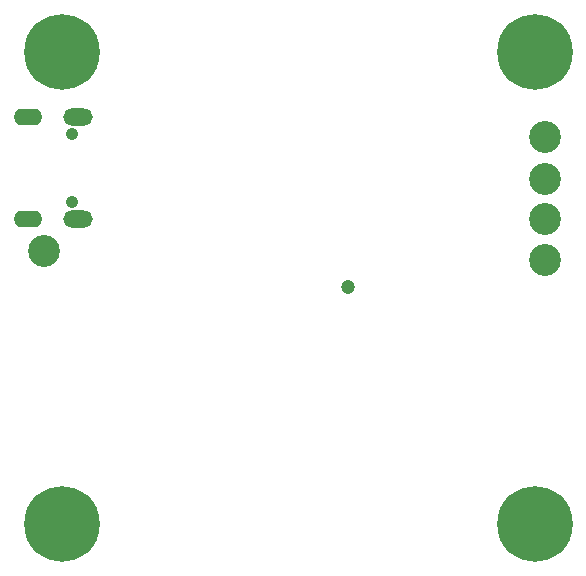
<source format=gbr>
G04 #@! TF.GenerationSoftware,KiCad,Pcbnew,(5.99.0-10394-g2e15de97e0)*
G04 #@! TF.CreationDate,2021-07-16T10:39:39+02:00*
G04 #@! TF.ProjectId,TFGPS01B,54464750-5330-4314-922e-6b696361645f,REV*
G04 #@! TF.SameCoordinates,Original*
G04 #@! TF.FileFunction,Soldermask,Top*
G04 #@! TF.FilePolarity,Negative*
%FSLAX46Y46*%
G04 Gerber Fmt 4.6, Leading zero omitted, Abs format (unit mm)*
G04 Created by KiCad (PCBNEW (5.99.0-10394-g2e15de97e0)) date 2021-07-16 10:39:39*
%MOMM*%
%LPD*%
G01*
G04 APERTURE LIST*
%ADD10C,6.400000*%
%ADD11C,1.200000*%
%ADD12O,2.400000X1.400000*%
%ADD13O,2.500000X1.450000*%
%ADD14C,1.050000*%
%ADD15C,2.700000*%
G04 APERTURE END LIST*
D10*
X45420000Y5380000D03*
X5380000Y5380000D03*
X45420000Y45420000D03*
D11*
X29626000Y25450000D03*
D10*
X5380000Y45420000D03*
D12*
X2540000Y31240000D03*
X2540000Y39880000D03*
D13*
X6720000Y31240000D03*
X6720000Y39880000D03*
D14*
X6220000Y38450000D03*
X6220000Y32670000D03*
D15*
X46260000Y27813000D03*
X46260000Y31242000D03*
X46260000Y34671000D03*
X46260000Y38147000D03*
X3905000Y28575000D03*
M02*

</source>
